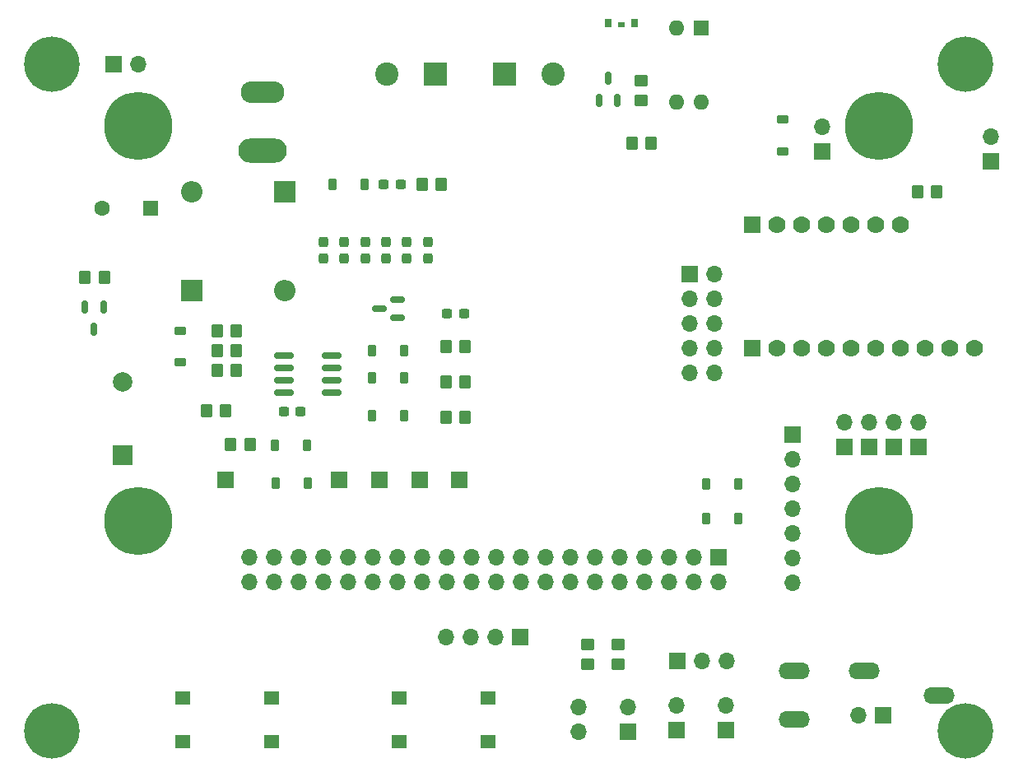
<source format=gbr>
%TF.GenerationSoftware,KiCad,Pcbnew,7.0.2*%
%TF.CreationDate,2024-04-06T10:45:21-07:00*%
%TF.ProjectId,MK-KS-MkIII,4d4b2d4b-532d-44d6-9b49-49492e6b6963,1.0*%
%TF.SameCoordinates,PX3a67068PY9f701d0*%
%TF.FileFunction,Soldermask,Top*%
%TF.FilePolarity,Negative*%
%FSLAX46Y46*%
G04 Gerber Fmt 4.6, Leading zero omitted, Abs format (unit mm)*
G04 Created by KiCad (PCBNEW 7.0.2) date 2024-04-06 10:45:21*
%MOMM*%
%LPD*%
G01*
G04 APERTURE LIST*
G04 Aperture macros list*
%AMRoundRect*
0 Rectangle with rounded corners*
0 $1 Rounding radius*
0 $2 $3 $4 $5 $6 $7 $8 $9 X,Y pos of 4 corners*
0 Add a 4 corners polygon primitive as box body*
4,1,4,$2,$3,$4,$5,$6,$7,$8,$9,$2,$3,0*
0 Add four circle primitives for the rounded corners*
1,1,$1+$1,$2,$3*
1,1,$1+$1,$4,$5*
1,1,$1+$1,$6,$7*
1,1,$1+$1,$8,$9*
0 Add four rect primitives between the rounded corners*
20,1,$1+$1,$2,$3,$4,$5,0*
20,1,$1+$1,$4,$5,$6,$7,0*
20,1,$1+$1,$6,$7,$8,$9,0*
20,1,$1+$1,$8,$9,$2,$3,0*%
G04 Aperture macros list end*
%ADD10R,1.700000X1.700000*%
%ADD11O,1.700000X1.700000*%
%ADD12R,2.200000X2.200000*%
%ADD13O,2.200000X2.200000*%
%ADD14R,1.778000X1.778000*%
%ADD15C,1.778000*%
%ADD16R,1.600000X1.600000*%
%ADD17O,1.600000X1.600000*%
%ADD18RoundRect,0.250000X0.450000X-0.350000X0.450000X0.350000X-0.450000X0.350000X-0.450000X-0.350000X0*%
%ADD19RoundRect,0.250000X-0.350000X-0.450000X0.350000X-0.450000X0.350000X0.450000X-0.350000X0.450000X0*%
%ADD20RoundRect,0.250000X0.350000X0.450000X-0.350000X0.450000X-0.350000X-0.450000X0.350000X-0.450000X0*%
%ADD21RoundRect,0.150000X-0.150000X0.512500X-0.150000X-0.512500X0.150000X-0.512500X0.150000X0.512500X0*%
%ADD22RoundRect,0.150000X0.150000X-0.512500X0.150000X0.512500X-0.150000X0.512500X-0.150000X-0.512500X0*%
%ADD23RoundRect,0.150000X0.587500X0.150000X-0.587500X0.150000X-0.587500X-0.150000X0.587500X-0.150000X0*%
%ADD24O,3.220000X1.712000*%
%ADD25RoundRect,0.225000X0.375000X-0.225000X0.375000X0.225000X-0.375000X0.225000X-0.375000X-0.225000X0*%
%ADD26RoundRect,0.225000X-0.225000X-0.375000X0.225000X-0.375000X0.225000X0.375000X-0.225000X0.375000X0*%
%ADD27RoundRect,0.237500X0.300000X0.237500X-0.300000X0.237500X-0.300000X-0.237500X0.300000X-0.237500X0*%
%ADD28RoundRect,0.237500X0.237500X-0.300000X0.237500X0.300000X-0.237500X0.300000X-0.237500X-0.300000X0*%
%ADD29C,1.600000*%
%ADD30R,2.000000X2.000000*%
%ADD31C,2.000000*%
%ADD32RoundRect,0.225000X0.225000X0.375000X-0.225000X0.375000X-0.225000X-0.375000X0.225000X-0.375000X0*%
%ADD33C,3.600000*%
%ADD34C,5.700000*%
%ADD35R,2.400000X2.400000*%
%ADD36C,2.400000*%
%ADD37R,0.710000X0.900000*%
%ADD38R,0.800000X0.600000*%
%ADD39C,4.700000*%
%ADD40C,7.000000*%
%ADD41O,5.000000X2.500000*%
%ADD42O,4.500000X2.250000*%
%ADD43R,1.600000X1.400000*%
%ADD44RoundRect,0.237500X-0.237500X0.300000X-0.237500X-0.300000X0.237500X-0.300000X0.237500X0.300000X0*%
%ADD45RoundRect,0.150000X0.825000X0.150000X-0.825000X0.150000X-0.825000X-0.150000X0.825000X-0.150000X0*%
%ADD46RoundRect,0.237500X-0.300000X-0.237500X0.300000X-0.237500X0.300000X0.237500X-0.300000X0.237500X0*%
G04 APERTURE END LIST*
D10*
%TO.C,JP9*%
X6311000Y68576000D03*
D11*
X8851000Y68576000D03*
%TD*%
D10*
%TO.C,OP1*%
X64288600Y7199800D03*
D11*
X66828600Y7199800D03*
X69368600Y7199800D03*
%TD*%
D12*
%TO.C,D2*%
X23955600Y55486800D03*
D13*
X23955600Y45326800D03*
%TD*%
D12*
%TO.C,D1*%
X14405600Y45276800D03*
D13*
X14405600Y55436800D03*
%TD*%
D14*
%TO.C,U1*%
X72004600Y52028800D03*
X72050600Y39328800D03*
D15*
X74544600Y52028800D03*
X74590600Y39328800D03*
X77084600Y52028800D03*
X77130600Y39328800D03*
X79624600Y52028800D03*
X79670600Y39328800D03*
X82164600Y52028800D03*
X82210600Y39328800D03*
X84704600Y52028800D03*
X84750600Y39328800D03*
X87244600Y52028800D03*
X87290600Y39328800D03*
X94910600Y39328800D03*
X92370600Y39328800D03*
X89830600Y39328800D03*
%TD*%
D16*
%TO.C,SW4*%
X66748600Y72266800D03*
D17*
X64208600Y72266800D03*
X64208600Y64646800D03*
X66748600Y64646800D03*
%TD*%
D18*
%TO.C,R15*%
X55113600Y6873800D03*
X55113600Y8873800D03*
%TD*%
D19*
%TO.C,R14*%
X38036600Y56170800D03*
X40036600Y56170800D03*
%TD*%
D18*
%TO.C,R13*%
X58265600Y6873800D03*
X58265600Y8873800D03*
%TD*%
D19*
%TO.C,R12*%
X40501600Y39525467D03*
X42501600Y39525467D03*
%TD*%
D20*
%TO.C,R11*%
X42501600Y32250800D03*
X40501600Y32250800D03*
%TD*%
D19*
%TO.C,R10*%
X42501600Y35888134D03*
X40501600Y35888134D03*
%TD*%
D20*
%TO.C,R9*%
X20380600Y29484800D03*
X18380600Y29484800D03*
%TD*%
D19*
%TO.C,R8*%
X16957600Y37105800D03*
X18957600Y37105800D03*
%TD*%
D20*
%TO.C,R7*%
X18957600Y39107800D03*
X16957600Y39107800D03*
%TD*%
D19*
%TO.C,R6*%
X16957600Y41109800D03*
X18957600Y41109800D03*
%TD*%
D20*
%TO.C,R5*%
X17863600Y32965800D03*
X15863600Y32965800D03*
%TD*%
D18*
%TO.C,R4*%
X60638600Y64862800D03*
X60638600Y66862800D03*
%TD*%
D20*
%TO.C,R3*%
X5371600Y46665800D03*
X3371600Y46665800D03*
%TD*%
%TO.C,R2*%
X61638600Y60464800D03*
X59638600Y60464800D03*
%TD*%
D19*
%TO.C,R1*%
X89020600Y55469800D03*
X91020600Y55469800D03*
%TD*%
D21*
%TO.C,Q3*%
X5269600Y43591800D03*
X3369600Y43591800D03*
X4319600Y41316800D03*
%TD*%
D22*
%TO.C,Q2*%
X57234600Y67127300D03*
X58184600Y64852300D03*
X56284600Y64852300D03*
%TD*%
D23*
%TO.C,Q1*%
X35552600Y42457800D03*
X35552600Y44357800D03*
X33677600Y43407800D03*
%TD*%
D10*
%TO.C,JP8*%
X79261600Y59553800D03*
D11*
X79261600Y62093800D03*
%TD*%
%TO.C,JP7*%
X89151600Y31711800D03*
D10*
X89151600Y29171800D03*
%TD*%
D11*
%TO.C,JP6*%
X86611600Y31711800D03*
D10*
X86611600Y29171800D03*
%TD*%
%TO.C,J6*%
X48130600Y9626800D03*
D11*
X45590600Y9626800D03*
X43050600Y9626800D03*
X40510600Y9626800D03*
%TD*%
D10*
%TO.C,J5*%
X68561600Y17874800D03*
D11*
X68561600Y15334800D03*
X66021600Y17874800D03*
X66021600Y15334800D03*
X63481600Y17874800D03*
X63481600Y15334800D03*
X60941600Y17874800D03*
X60941600Y15334800D03*
X58401600Y17874800D03*
X58401600Y15334800D03*
X55861600Y17874800D03*
X55861600Y15334800D03*
X53321600Y17874800D03*
X53321600Y15334800D03*
X50781600Y17874800D03*
X50781600Y15334800D03*
X48241600Y17874800D03*
X48241600Y15334800D03*
X45701600Y17874800D03*
X45701600Y15334800D03*
X43161600Y17874800D03*
X43161600Y15334800D03*
X40621600Y17874800D03*
X40621600Y15334800D03*
X38081600Y17874800D03*
X38081600Y15334800D03*
X35541600Y17874800D03*
X35541600Y15334800D03*
X33001600Y17874800D03*
X33001600Y15334800D03*
X30461600Y17874800D03*
X30461600Y15334800D03*
X27921600Y17874800D03*
X27921600Y15334800D03*
X25381600Y17874800D03*
X25381600Y15334800D03*
X22841600Y17874800D03*
X22841600Y15334800D03*
X20301600Y17874800D03*
X20301600Y15334800D03*
%TD*%
D10*
%TO.C,J4*%
X65555600Y46990000D03*
D11*
X65555600Y44450000D03*
X65555600Y41910000D03*
X65555600Y39370000D03*
X65555600Y36830000D03*
X68095600Y46990000D03*
X68095600Y44450000D03*
X68095600Y41910000D03*
X68095600Y39370000D03*
X68095600Y36830000D03*
%TD*%
D24*
%TO.C,J3*%
X91240600Y3665800D03*
X76340600Y6165800D03*
X76340600Y1165800D03*
X83540600Y6165800D03*
%TD*%
D10*
%TO.C,J1*%
X76174600Y30486800D03*
D11*
X76174600Y27946800D03*
X76174600Y25406800D03*
X76174600Y22866800D03*
X76174600Y20326800D03*
X76174600Y17786800D03*
X76174600Y15246800D03*
%TD*%
D25*
%TO.C,D12*%
X75149600Y59617300D03*
X75149600Y62917300D03*
%TD*%
D26*
%TO.C,D11*%
X67267100Y25390800D03*
X70567100Y25390800D03*
%TD*%
%TO.C,D10*%
X67267100Y21841800D03*
X70567100Y21841800D03*
%TD*%
%TO.C,D9*%
X32881200Y39118800D03*
X36181200Y39118800D03*
%TD*%
D25*
%TO.C,D6*%
X13218600Y37876800D03*
X13218600Y41176800D03*
%TD*%
D26*
%TO.C,D4*%
X22980600Y25477800D03*
X26280600Y25477800D03*
%TD*%
D27*
%TO.C,C10*%
X25586500Y32880000D03*
X23861500Y32880000D03*
%TD*%
D28*
%TO.C,C3*%
X27907600Y48591300D03*
X27907600Y50316300D03*
%TD*%
D27*
%TO.C,C2*%
X35861100Y56172800D03*
X34136100Y56172800D03*
%TD*%
D16*
%TO.C,C1*%
X10155251Y53717800D03*
D29*
X5155251Y53717800D03*
%TD*%
D30*
%TO.C,BZ1*%
X7272600Y28313800D03*
D31*
X7272600Y35913800D03*
%TD*%
D32*
%TO.C,D7*%
X36181200Y32435600D03*
X32881200Y32435600D03*
%TD*%
D28*
%TO.C,C7*%
X36508400Y48591300D03*
X36508400Y50316300D03*
%TD*%
D10*
%TO.C,TP5*%
X33649200Y25830800D03*
%TD*%
D28*
%TO.C,C5*%
X32208000Y48591300D03*
X32208000Y50316300D03*
%TD*%
D33*
%TO.C,M_KSI4*%
X0Y0D03*
D34*
X0Y0D03*
%TD*%
D26*
%TO.C,D3*%
X28877100Y56169800D03*
X32177100Y56169800D03*
%TD*%
D10*
%TO.C,JP3*%
X64280600Y112800D03*
D11*
X64280600Y2652800D03*
%TD*%
D35*
%TO.C,ST1*%
X39470000Y67555000D03*
D36*
X34470000Y67555000D03*
%TD*%
D28*
%TO.C,C4*%
X30057800Y48591300D03*
X30057800Y50316300D03*
%TD*%
D26*
%TO.C,D8*%
X32881200Y36272600D03*
X36181200Y36272600D03*
%TD*%
D10*
%TO.C,TP1*%
X41923600Y25830800D03*
%TD*%
D37*
%TO.C,LED1*%
X57197000Y72794000D03*
X59897000Y72794000D03*
D38*
X58547000Y72644000D03*
%TD*%
D10*
%TO.C,OPa1*%
X96577600Y58585800D03*
D11*
X96577600Y61125800D03*
%TD*%
D10*
%TO.C,TP2*%
X17811200Y25830800D03*
%TD*%
D33*
%TO.C,M_KSI1*%
X0Y68580000D03*
D34*
X0Y68580000D03*
%TD*%
D10*
%TO.C,TP4*%
X29548600Y25830800D03*
%TD*%
D39*
%TO.C,SHLD-1*%
X8890000Y62230000D03*
D40*
X8890000Y62230000D03*
%TD*%
D39*
%TO.C,SHLD-2*%
X85090000Y62230000D03*
D40*
X85090000Y62230000D03*
%TD*%
D11*
%TO.C,SW1*%
X59222600Y2413800D03*
D10*
X59222600Y-126200D03*
D11*
X54142600Y2413800D03*
X54142600Y-126200D03*
%TD*%
D10*
%TO.C,JP2*%
X69350600Y112800D03*
D11*
X69350600Y2652800D03*
%TD*%
D10*
%TO.C,JP1*%
X85488600Y1620800D03*
D11*
X82948600Y1620800D03*
%TD*%
D41*
%TO.C,J2*%
X21640800Y59693700D03*
D42*
X21640800Y65693700D03*
%TD*%
D43*
%TO.C,SW3*%
X35747600Y3413800D03*
X44847600Y3377800D03*
X35747600Y-1086200D03*
X44847600Y-1122200D03*
%TD*%
D33*
%TO.C,M_KSI2*%
X93980000Y68580000D03*
D34*
X93980000Y68580000D03*
%TD*%
D35*
%TO.C,ST2*%
X46535000Y67555000D03*
D36*
X51535000Y67555000D03*
%TD*%
D39*
%TO.C,SHLD-4*%
X8890000Y21590000D03*
D40*
X8890000Y21590000D03*
%TD*%
D28*
%TO.C,C6*%
X34358200Y48591300D03*
X34358200Y50316300D03*
%TD*%
D10*
%TO.C,TP3*%
X37855600Y25830800D03*
%TD*%
D43*
%TO.C,SW2*%
X13467600Y3413800D03*
X22567600Y3377800D03*
X13467600Y-1086200D03*
X22567600Y-1122200D03*
%TD*%
D33*
%TO.C,M_KSI3*%
X93980000Y0D03*
D34*
X93980000Y0D03*
%TD*%
D11*
%TO.C,JP5*%
X84071600Y31711800D03*
D10*
X84071600Y29171800D03*
%TD*%
D44*
%TO.C,C8*%
X38658600Y50316300D03*
X38658600Y48591300D03*
%TD*%
D11*
%TO.C,JP4*%
X81531600Y31711800D03*
D10*
X81531600Y29171800D03*
%TD*%
D39*
%TO.C,SHLD-3*%
X85090000Y21590000D03*
D40*
X85090000Y21590000D03*
%TD*%
D32*
%TO.C,D5*%
X26235600Y29381800D03*
X22935600Y29381800D03*
%TD*%
D45*
%TO.C,U4*%
X28774600Y34812800D03*
X28774600Y36082800D03*
X28774600Y37352800D03*
X28774600Y38622800D03*
X23824600Y38622800D03*
X23824600Y37352800D03*
X23824600Y36082800D03*
X23824600Y34812800D03*
%TD*%
D46*
%TO.C,C9*%
X40639100Y42942800D03*
X42364100Y42942800D03*
%TD*%
M02*

</source>
